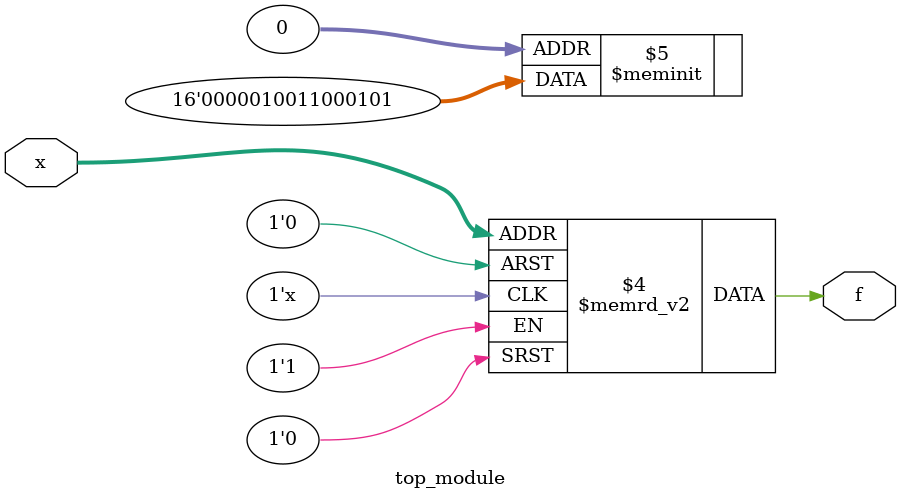
<source format=sv>
module top_module (
    input [4:1] x,
    output logic f
);

always_comb begin
    case (x)
        4'b0000: f = 1'b1;
        4'b0001: f = 1'b0;
        4'b0011: f = 1'b0;
        4'b0010: f = 1'b1;
        4'b0110: f = 1'b1;
        4'b0111: f = 1'b1; 
        4'b1011: f = 1'b0;
        4'b1010: f = 1'b1;
        default: f = 1'b0;
    endcase
end

endmodule

</source>
